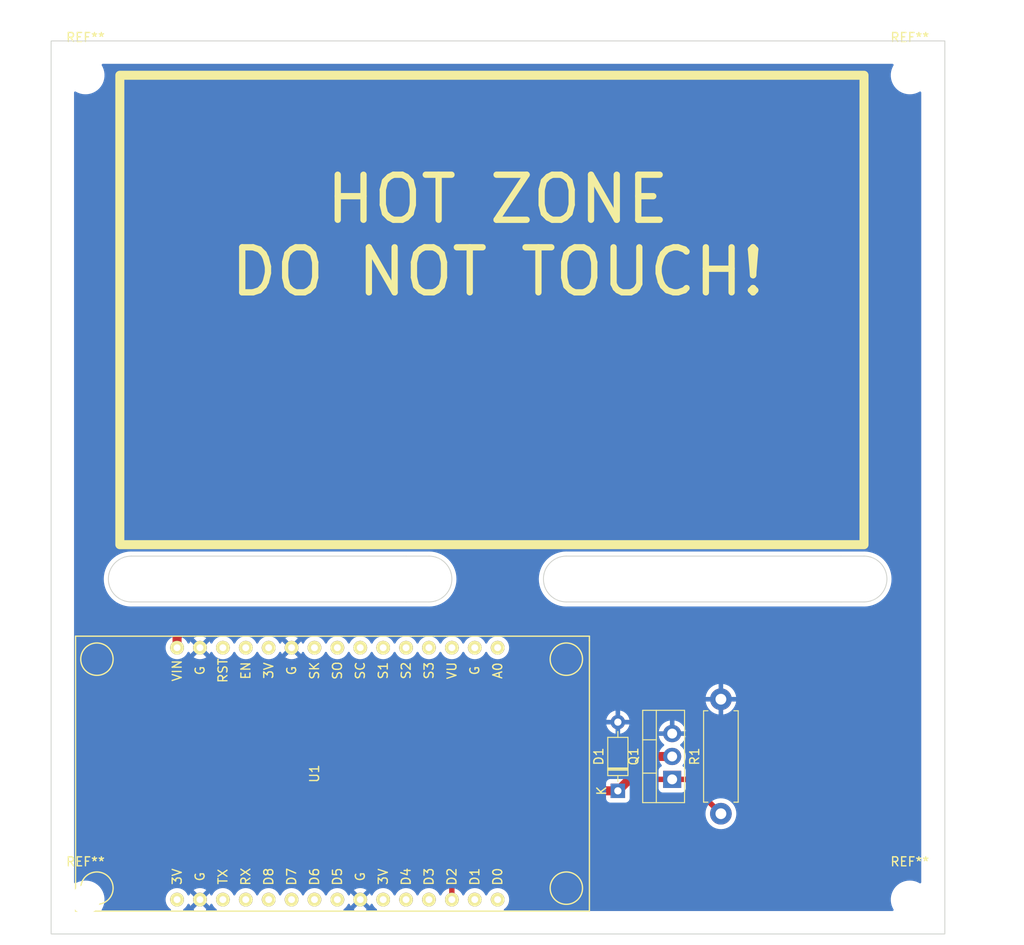
<source format=kicad_pcb>
(kicad_pcb (version 20211014) (generator pcbnew)
  (layers (0 "F.Cu" signal) (31 "B.Cu" signal) (34 "B.Paste" user) (35 "F.Paste" user) (36 "B.SilkS" user "B.Silkscreen") (37 "F.SilkS" user "F.Silkscreen") (38 "B.Mask" user) (39 "F.Mask" user) (44 "Edge.Cuts" user))
  (net 0 "")
  (net 25 "VCC")
  (net 26 "GND")
  (net 27 "Net-(U1-Pad28)")
  (footprint "Package_TO_SOT_THT:TO-220-3_Vertical" (layer "F.Cu") (at 183.19 103.505 90)
    (fp_text reference "Q1" (at 2.54 -4.27 90) (layer "F.SilkS"))
    (fp_text value "IRF540N")
    (fp_line (start -2.58 1.371) (end 7.66 1.371) (layer "F.SilkS") (width 0.12))
    (fp_line (start -2.58 -3.27) (end -2.58 1.371) (layer "F.SilkS") (width 0.12))
    (fp_line (start 7.66 -3.27) (end 7.66 1.371) (layer "F.SilkS") (width 0.12))
    (fp_line (start -2.58 -1.76) (end 7.66 -1.76) (layer "F.SilkS") (width 0.12))
    (fp_line (start 0.69 -3.27) (end 0.69 -1.76) (layer "F.SilkS") (width 0.12))
    (fp_line (start -2.58 -3.27) (end 7.66 -3.27) (layer "F.SilkS") (width 0.12))
    (fp_line (start 4.391 -3.27) (end 4.391 -1.76) (layer "F.SilkS") (width 0.12))
    (pad "1" thru_hole rect (at 0 0 90) (size 1.905 2) (drill 1.1) (layers *.Cu *.Mask) (net 27 "Net-(U1-Pad28)"))
    (pad "2" thru_hole oval (at 2.54 0 90) (size 1.905 2) (drill 1.1) (layers *.Cu *.Mask) (net 25 "VCC"))
    (pad "3" thru_hole oval (at 5.08 0 90) (size 1.905 2) (drill 1.1) (layers *.Cu *.Mask) (net 26 "GND"))
  )
  (footprint "ESP8266:NodeMCU-LoLinV3" (layer "F.Cu") (at 143.51 102.87 -90)
    (fp_text reference "U1" (at 0 0 90) (layer "F.SilkS"))
    (fp_text value "NodeMCU1.0(ESP-12E)")
    (fp_text user "D7" (at 11.43 2.54 90) (layer "F.SilkS"))
    (fp_text user "3V" (at -11.43 5.08 90) (layer "F.SilkS"))
    (fp_text user "SO" (at -11.43 -2.54 90) (layer "F.SilkS"))
    (fp_text user "3V" (at 11.43 15.24 90) (layer "F.SilkS"))
    (fp_text user "D0" (at 11.43 -20.32 90) (layer "F.SilkS"))
    (fp_text user "3V" (at 11.43 -7.62 90) (layer "F.SilkS"))
    (fp_text user "G" (at -11.43 2.54 90) (layer "F.SilkS"))
    (fp_text user "G" (at -11.43 -17.78 90) (layer "F.SilkS"))
    (fp_text user "D2" (at 11.43 -15.24 90) (layer "F.SilkS"))
    (fp_text user "D6" (at 11.43 0 90) (layer "F.SilkS"))
    (fp_text user "SC" (at -11.43 -5.08 90) (layer "F.SilkS"))
    (fp_text user "D4" (at 11.43 -10.16 90) (layer "F.SilkS"))
    (fp_text user "G" (at -11.43 12.7 90) (layer "F.SilkS"))
    (fp_text user "RX" (at 11.43 7.62 90) (layer "F.SilkS"))
    (fp_text user "A0" (at -11.43 -20.32 90) (layer "F.SilkS"))
    (fp_text user "EN" (at -11.43 7.62 90) (layer "F.SilkS"))
    (fp_text user "D3" (at 11.43 -12.7 90) (layer "F.SilkS"))
    (fp_text user "TX" (at 11.43 10.16 90) (layer "F.SilkS"))
    (fp_text user "G" (at 11.43 12.7 90) (layer "F.SilkS"))
    (fp_text user "D5" (at 11.43 -2.54 90) (layer "F.SilkS"))
    (fp_text user "G" (at 11.43 -5.08 90) (layer "F.SilkS"))
    (fp_text user "VIN" (at -11.43 15.24 90) (layer "F.SilkS"))
    (fp_text user "S1" (at -11.43 -7.62 90) (layer "F.SilkS"))
    (fp_text user "D8" (at 11.43 5.08 90) (layer "F.SilkS"))
    (fp_text user "D1" (at 11.43 -17.78 90) (layer "F.SilkS"))
    (fp_text user "S2" (at -11.43 -10.16 90) (layer "F.SilkS"))
    (fp_text user "SK" (at -11.43 0 90) (layer "F.SilkS"))
    (fp_text user "VU" (at -11.43 -15.24 90) (layer "F.SilkS"))
    (fp_text user "S3" (at -11.43 -12.7 90) (layer "F.SilkS"))
    (fp_text user "RST" (at -11.43 10.16 90) (layer "F.SilkS"))
    (fp_line (start 15.25 26.5) (end 15.25 -30.5) (layer "F.SilkS") (width 0.15))
    (fp_line (start -15.25 26.5) (end 15.25 26.5) (layer "F.SilkS") (width 0.15))
    (fp_line (start -14.75 -30.5) (end -15.25 -30.5) (layer "F.SilkS") (width 0.15))
    (fp_line (start 15.25 -30.5) (end -14.75 -30.5) (layer "F.SilkS") (width 0.15))
    (fp_line (start -15.25 -30.5) (end -15.25 26.5) (layer "F.SilkS") (width 0.15))
    (fp_circle (center -12.7 -27.94) (end -11.43 -29.21) (layer "F.SilkS") (width 0.15) (fill none))
    (fp_circle (center -12.7 24.13) (end -11.43 22.86) (layer "F.SilkS") (width 0.15) (fill none))
    (fp_circle (center 12.7 -27.94) (end 13.97 -29.21) (layer "F.SilkS") (width 0.15) (fill none))
    (fp_circle (center 12.7 24.13) (end 13.97 22.86) (layer "F.SilkS") (width 0.15) (fill none))
    (pad "1" thru_hole circle (at -13.97 -20.32 270) (size 1.524 1.524) (drill 0.762) (layers *.Cu *.Mask "F.SilkS"))
    (pad "2" thru_hole circle (at -13.97 -17.78 270) (size 1.524 1.524) (drill 0.762) (layers *.Cu *.Mask "F.SilkS"))
    (pad "3" thru_hole circle (at -13.97 -15.24 270) (size 1.524 1.524) (drill 0.762) (layers *.Cu *.Mask "F.SilkS"))
    (pad "4" thru_hole circle (at -13.97 -12.7 270) (size 1.524 1.524) (drill 0.762) (layers *.Cu *.Mask "F.SilkS"))
    (pad "5" thru_hole circle (at -13.97 -10.16 270) (size 1.524 1.524) (drill 0.762) (layers *.Cu *.Mask "F.SilkS"))
    (pad "6" thru_hole circle (at -13.97 -7.62 270) (size 1.524 1.524) (drill 0.762) (layers *.Cu *.Mask "F.SilkS"))
    (pad "7" thru_hole circle (at -13.97 -5.08 270) (size 1.524 1.524) (drill 0.762) (layers *.Cu *.Mask "F.SilkS"))
    (pad "8" thru_hole circle (at -13.97 -2.54 270) (size 1.524 1.524) (drill 0.762) (layers *.Cu *.Mask "F.SilkS"))
    (pad "9" thru_hole circle (at -13.97 0 270) (size 1.524 1.524) (drill 0.762) (layers *.Cu *.Mask "F.SilkS"))
    (pad "10" thru_hole circle (at -13.97 2.54 270) (size 1.524 1.524) (drill 0.762) (layers *.Cu *.Mask "F.SilkS") (net 26 "GND"))
    (pad "11" thru_hole circle (at -13.97 5.08 270) (size 1.524 1.524) (drill 0.762) (layers *.Cu *.Mask "F.SilkS"))
    (pad "12" thru_hole circle (at -13.97 7.62 270) (size 1.524 1.524) (drill 0.762) (layers *.Cu *.Mask "F.SilkS"))
    (pad "13" thru_hole circle (at -13.97 10.16 270) (size 1.524 1.524) (drill 0.762) (layers *.Cu *.Mask "F.SilkS"))
    (pad "14" thru_hole circle (at -13.97 12.7 270) (size 1.524 1.524) (drill 0.762) (layers *.Cu *.Mask "F.SilkS") (net 26 "GND"))
    (pad "15" thru_hole circle (at -13.97 15.24 270) (size 1.524 1.524) (drill 0.762) (layers *.Cu *.Mask "F.SilkS") (net 25 "VCC"))
    (pad "16" thru_hole circle (at 13.97 15.24 270) (size 1.524 1.524) (drill 0.762) (layers *.Cu *.Mask "F.SilkS"))
    (pad "17" thru_hole circle (at 13.97 12.7 270) (size 1.524 1.524) (drill 0.762) (layers *.Cu *.Mask "F.SilkS") (net 26 "GND"))
    (pad "18" thru_hole circle (at 13.97 10.16 270) (size 1.524 1.524) (drill 0.762) (layers *.Cu *.Mask "F.SilkS"))
    (pad "19" thru_hole circle (at 13.97 7.62 270) (size 1.524 1.524) (drill 0.762) (layers *.Cu *.Mask "F.SilkS"))
    (pad "20" thru_hole circle (at 13.97 5.08 270) (size 1.524 1.524) (drill 0.762) (layers *.Cu *.Mask "F.SilkS"))
    (pad "21" thru_hole circle (at 13.97 2.54 270) (size 1.524 1.524) (drill 0.762) (layers *.Cu *.Mask "F.SilkS"))
    (pad "22" thru_hole circle (at 13.97 0 270) (size 1.524 1.524) (drill 0.762) (layers *.Cu *.Mask "F.SilkS"))
    (pad "23" thru_hole circle (at 13.97 -2.54 270) (size 1.524 1.524) (drill 0.762) (layers *.Cu *.Mask "F.SilkS"))
    (pad "24" thru_hole circle (at 13.97 -5.08 270) (size 1.524 1.524) (drill 0.762) (layers *.Cu *.Mask "F.SilkS") (net 26 "GND"))
    (pad "25" thru_hole circle (at 13.97 -7.62 270) (size 1.524 1.524) (drill 0.762) (layers *.Cu *.Mask "F.SilkS"))
    (pad "26" thru_hole circle (at 13.97 -10.16 270) (size 1.524 1.524) (drill 0.762) (layers *.Cu *.Mask "F.SilkS"))
    (pad "27" thru_hole circle (at 13.97 -12.7 270) (size 1.524 1.524) (drill 0.762) (layers *.Cu *.Mask "F.SilkS"))
    (pad "28" thru_hole circle (at 13.97 -15.24 270) (size 1.524 1.524) (drill 0.762) (layers *.Cu *.Mask "F.SilkS") (net 27 "Net-(U1-Pad28)"))
    (pad "29" thru_hole circle (at 13.97 -17.78 270) (size 1.524 1.524) (drill 0.762) (layers *.Cu *.Mask "F.SilkS"))
    (pad "30" thru_hole circle (at 13.97 -20.32 270) (size 1.524 1.524) (drill 0.762) (layers *.Cu *.Mask "F.SilkS"))
  )
  (footprint "MountingHole:MountingHole_3.2mm_M3" (layer "F.Cu") (at 209.55 116.84)
    (fp_text reference "REF**" (at 0 -4.2) (layer "F.SilkS"))
    (fp_text value "MountingHole_3.2mm_M3")
    (pad "" np_thru_hole circle (at 0 0) (size 3.2 3.2) (drill 3.2) (layers *.Cu *.Mask))
  )
  (footprint "Resistor_THT:R_Axial_DIN0411_L9.9mm_D3.6mm_P12.70mm_Horizontal" (layer "F.Cu") (at 188.595 107.315 90)
    (fp_text reference "R1" (at 6.35 -2.92 90) (layer "F.SilkS"))
    (fp_text value "10K")
    (fp_line (start 1.28 -1.92) (end 11.42 -1.92) (layer "F.SilkS") (width 0.12))
    (fp_line (start 11.42 1.92) (end 11.42 1.44) (layer "F.SilkS") (width 0.12))
    (fp_line (start 11.42 -1.92) (end 11.42 -1.44) (layer "F.SilkS") (width 0.12))
    (fp_line (start 1.28 1.92) (end 11.42 1.92) (layer "F.SilkS") (width 0.12))
    (fp_line (start 1.28 -1.44) (end 1.28 -1.92) (layer "F.SilkS") (width 0.12))
    (fp_line (start 1.28 1.44) (end 1.28 1.92) (layer "F.SilkS") (width 0.12))
    (pad "1" thru_hole circle (at 0 0 90) (size 2.4 2.4) (drill 1.2) (layers *.Cu *.Mask) (net 27 "Net-(U1-Pad28)"))
    (pad "2" thru_hole oval (at 12.7 0 90) (size 2.4 2.4) (drill 1.2) (layers *.Cu *.Mask) (net 26 "GND"))
  )
  (footprint "MountingHole:MountingHole_3.2mm_M3" (layer "F.Cu") (at 118.11 116.84)
    (fp_text reference "REF**" (at 0 -4.2) (layer "F.SilkS"))
    (fp_text value "MountingHole_3.2mm_M3")
    (pad "" np_thru_hole circle (at 0 0) (size 3.2 3.2) (drill 3.2) (layers *.Cu *.Mask))
  )
  (footprint "MountingHole:MountingHole_3.2mm_M3" (layer "F.Cu") (at 118.11 25.4)
    (fp_text reference "REF**" (at 0 -4.2) (layer "F.SilkS"))
    (fp_text value "MountingHole_3.2mm_M3")
    (pad "" np_thru_hole circle (at 0 0) (size 3.2 3.2) (drill 3.2) (layers *.Cu *.Mask))
  )
  (footprint "MountingHole:MountingHole_3.2mm_M3" (layer "F.Cu") (at 209.55 25.4)
    (fp_text reference "REF**" (at 0 -4.2) (layer "F.SilkS"))
    (fp_text value "MountingHole_3.2mm_M3")
    (pad "" np_thru_hole circle (at 0 0) (size 3.2 3.2) (drill 3.2) (layers *.Cu *.Mask))
  )
  (footprint "Diode_THT:D_DO-35_SOD27_P7.62mm_Horizontal" (layer "F.Cu") (at 177.165 104.775 90)
    (fp_text reference "D1" (at 3.81 -2.12 90) (layer "F.SilkS"))
    (fp_text value "D")
    (fp_text user "K" (at 0 -1.8 90) (layer "F.SilkS"))
    (fp_line (start 5.93 -1.12) (end 1.69 -1.12) (layer "F.SilkS") (width 0.12))
    (fp_line (start 1.04 0) (end 1.69 0) (layer "F.SilkS") (width 0.12))
    (fp_line (start 2.41 -1.12) (end 2.41 1.12) (layer "F.SilkS") (width 0.12))
    (fp_line (start 5.93 1.12) (end 5.93 -1.12) (layer "F.SilkS") (width 0.12))
    (fp_line (start 6.58 0) (end 5.93 0) (layer "F.SilkS") (width 0.12))
    (fp_line (start 2.53 -1.12) (end 2.53 1.12) (layer "F.SilkS") (width 0.12))
    (fp_line (start 2.29 -1.12) (end 2.29 1.12) (layer "F.SilkS") (width 0.12))
    (fp_line (start 1.69 -1.12) (end 1.69 1.12) (layer "F.SilkS") (width 0.12))
    (fp_line (start 1.69 1.12) (end 5.93 1.12) (layer "F.SilkS") (width 0.12))
    (pad "1" thru_hole rect (at 0 0 90) (size 1.6 1.6) (drill 0.8) (layers *.Cu *.Mask) (net 25 "VCC"))
    (pad "2" thru_hole oval (at 7.62 0 90) (size 1.6 1.6) (drill 0.8) (layers *.Cu *.Mask) (net 26 "GND"))
  )
  (gr_rect (start 121.92 25.4) (end 204.47 77.47) (layer "F.SilkS") (width 1) (fill none))
  (gr_arc (start 123.19 83.82) (mid 120.65 81.28) (end 123.19 78.74) (layer "Edge.Cuts") (width 0.1))
  (gr_line (start 201.93 78.74) (end 204.47 78.74) (layer "Edge.Cuts") (width 0.1))
  (gr_arc (start 171.45 83.82) (mid 168.91 81.28) (end 171.45 78.74) (layer "Edge.Cuts") (width 0.1))
  (gr_line (start 201.93 83.82) (end 204.47 83.82) (layer "Edge.Cuts") (width 0.1))
  (gr_arc (start 204.47 78.74) (mid 207.01 81.28) (end 204.47 83.82) (layer "Edge.Cuts") (width 0.1))
  (gr_line (start 123.19 78.74) (end 153.67 78.74) (layer "Edge.Cuts") (width 0.1))
  (gr_line (start 171.45 83.82) (end 201.93 83.82) (layer "Edge.Cuts") (width 0.1))
  (gr_line (start 171.45 78.74) (end 201.93 78.74) (layer "Edge.Cuts") (width 0.1))
  (gr_line (start 153.67 83.82) (end 156.21 83.82) (layer "Edge.Cuts") (width 0.1))
  (gr_arc (start 156.21 78.74) (mid 158.75 81.28) (end 156.21 83.82) (layer "Edge.Cuts") (width 0.1))
  (gr_rect (start 114.3 21.59) (end 213.434615 120.65) (layer "Edge.Cuts") (width 0.1) (fill none))
  (gr_line (start 153.67 78.74) (end 156.21 78.74) (layer "Edge.Cuts") (width 0.1))
  (gr_line (start 123.19 83.82) (end 153.67 83.82) (layer "Edge.Cuts") (width 0.1))
  (gr_text "HOT ZONE\nDO NOT TOUCH!" (at 163.83 43.18) (layer "F.SilkS") (effects (font (size 5 5) (thickness 0.7))))
  (segment (start 202.16 71.8) (end 122.96 71.8) (width 0.6) (layer "F.Cu") (net 25))
  (segment (start 122.96 50.199979) (end 162.56 50.199978) (width 0.6) (layer "F.Cu") (net 25))
  (segment (start 122.96 26.199949) (end 162.56 26.199948) (width 0.6) (layer "F.Cu") (net 25))
  (segment (start 122.96 61.399993) (end 162.56 61.399992) (width 0.6) (layer "F.Cu") (net 25))
  (segment (start 122.96 62.999995) (end 162.56 62.999994) (width 0.6) (layer "F.Cu") (net 25))
  (segment (start 162.56 27.79995) (end 202.16 27.79995) (width 0.6) (layer "F.Cu") (net 25))
  (segment (start 202.16 67) (end 162.56 66.999999) (width 0.6) (layer "F.Cu") (net 25))
  (segment (start 128.27 87.63) (end 129.54 86.36) (width 1) (layer "F.Cu") (net 25))
  (segment (start 162.56 26.199948) (end 203.364948 26.199948) (width 0.6) (layer "F.Cu") (net 25))
  (segment (start 162.56 45.399972) (end 202.16 45.399972) (width 0.6) (layer "F.Cu") (net 25))
  (segment (start 162.56 40.599966) (end 202.16 40.599966) (width 0.6) (layer "F.Cu") (net 25))
  (segment (start 122.96 66.199999) (end 162.56 66.199998) (width 0.6) (layer "F.Cu") (net 25))
  (segment (start 162.56 38.999964) (end 202.16 38.999964) (width 0.6) (layer "F.Cu") (net 25))
  (segment (start 122.96 45.399973) (end 162.56 45.399972) (width 0.6) (layer "F.Cu") (net 25))
  (segment (start 162.56 53.399982) (end 202.16 53.399982) (width 0.6) (layer "F.Cu") (net 25))
  (segment (start 177.165 104.775) (end 180.975 100.965) (width 1) (layer "F.Cu") (net 25))
  (segment (start 162.56 58.999989) (end 122.96 58.999989) (width 0.6) (layer "F.Cu") (net 25))
  (segment (start 122.96 56.599987) (end 162.56 56.599986) (width 0.6) (layer "F.Cu") (net 25))
  (segment (start 162.56 36.599961) (end 122.96 36.599961) (width 0.6) (layer "F.Cu") (net 25))
  (segment (start 162.56 31.799955) (end 122.96 31.799955) (width 0.6) (layer "F.Cu") (net 25))
  (segment (start 202.16 36.599962) (end 162.56 36.599961) (width 0.6) (layer "F.Cu") (net 25))
  (segment (start 165.1 78.105) (end 165.1 85.09) (width 1) (layer "F.Cu") (net 25))
  (segment (start 202.16 54.199984) (end 162.56 54.199983) (width 0.6) (layer "F.Cu") (net 25))
  (segment (start 202.16 47.799976) (end 162.56 47.799975) (width 0.6) (layer "F.Cu") (net 25))
  (segment (start 202.16 55.799986) (end 162.56 55.799985) (width 0.6) (layer "F.Cu") (net 25))
  (segment (start 202.16 62.199994) (end 162.56 62.199993) (width 0.6) (layer "F.Cu") (net 25))
  (segment (start 202.16 39.799966) (end 162.56 39.799965) (width 0.6) (layer "F.Cu") (net 25))
  (segment (start 162.56 63.799995) (end 122.96 63.799995) (width 0.6) (layer "F.Cu") (net 25))
  (segment (start 162.56 66.999999) (end 122.96 66.999999) (width 0.6) (layer "F.Cu") (net 25))
  (segment (start 122.96 42.199969) (end 162.56 42.199968) (width 0.6) (layer "F.Cu") (net 25))
  (segment (start 162.56 57.399987) (end 122.96 57.399987) (width 0.6) (layer "F.Cu") (net 25))
  (segment (start 162.56 52.599981) (end 122.96 52.599981) (width 0.6) (layer "F.Cu") (net 25))
  (segment (start 122.96 54.999985) (end 162.56 54.999984) (width 0.6) (layer "F.Cu") (net 25))
  (segment (start 162.56 64.599996) (end 202.16 64.599996) (width 0.6) (layer "F.Cu") (net 25))
  (segment (start 166.37 76.835) (end 165.1 78.105) (width 0.6) (layer "F.Cu") (net 25))
  (segment (start 162.56 59.79999) (end 202.16 59.79999) (width 0.6) (layer "F.Cu") (net 25))
  (segment (start 202.16 31.799956) (end 162.56 31.799955) (width 0.6) (layer "F.Cu") (net 25))
  (segment (start 162.56 46.999974) (end 202.16 46.999974) (width 0.6) (layer "F.Cu") (net 25))
  (segment (start 202.16 49.399978) (end 162.56 49.399977) (width 0.6) (layer "F.Cu") (net 25))
  (segment (start 122.96 46.999975) (end 162.56 46.999974) (width 0.6) (layer "F.Cu") (net 25))
  (segment (start 122.96 74.2) (end 202.16 74.2) (width 0.6) (layer "F.Cu") (net 25))
  (segment (start 168.91 88.9) (end 168.91 99.06) (width 1) (layer "F.Cu") (net 25))
  (segment (start 202.16 30.199954) (end 162.56 30.199953) (width 0.6) (layer "F.Cu") (net 25))
  (segment (start 122.96 53.399983) (end 162.56 53.399982) (width 0.6) (layer "F.Cu") (net 25))
  (segment (start 202.16 75) (end 122.96 75) (width 0.6) (layer "F.Cu") (net 25))
  (segment (start 161.29 86.36) (end 162.56 85.09) (width 1) (layer "F.Cu") (net 25))
  (segment (start 162.56 33.399957) (end 122.96 33.399957) (width 0.6) (layer "F.Cu") (net 25))
  (segment (start 162.56 47.799975) (end 122.96 47.799975) (width 0.6) (layer "F.Cu") (net 25))
  (segment (start 162.56 60.599991) (end 122.96 60.599991) (width 0.6) (layer "F.Cu") (net 25))
  (segment (start 122.96 67.8) (end 202.16 67.8) (width 0.6) (layer "F.Cu") (net 25))
  (segment (start 203.2 76.835) (end 166.37 76.835) (width 0.6) (layer "F.Cu") (net 25))
  (segment (start 122.96 59.799991) (end 162.56 59.79999) (width 0.6) (layer "F.Cu") (net 25))
  (segment (start 202.16 34.99996) (end 162.56 34.999959) (width 0.6) (layer "F.Cu") (net 25))
  (segment (start 162.56 42.999969) (end 122.96 42.999969) (width 0.6) (layer "F.Cu") (net 25))
  (segment (start 202.16 46.199974) (end 162.56 46.199973) (width 0.6) (layer "F.Cu") (net 25))
  (segment (start 162.56 42.199968) (end 202.16 42.199968) (width 0.6) (layer "F.Cu") (net 25))
  (segment (start 162.56 41.399967) (end 122.96 41.399967) (width 0.6) (layer "F.Cu") (net 25))
  (segment (start 162.56 43.79997) (end 202.16 43.79997) (width 0.6) (layer "F.Cu") (net 25))
  (segment (start 202.16 33.399958) (end 162.56 33.399957) (width 0.6) (layer "F.Cu") (net 25))
  (segment (start 162.56 30.199953) (end 122.96 30.199953) (width 0.6) (layer "F.Cu") (net 25))
  (segment (start 202.16 63.799996) (end 162.56 63.799995) (width 0.6) (layer "F.Cu") (net 25))
  (segment (start 122.96 27.799951) (end 162.56 27.79995) (width 0.6) (layer "F.Cu") (net 25))
  (segment (start 162.56 54.999984) (end 202.16 54.999984) (width 0.6) (layer "F.Cu") (net 25))
  (segment (start 202.16 41.399968) (end 162.56 41.399967) (width 0.6) (layer "F.Cu") (net 25))
  (segment (start 162.56 38.199963) (end 122.96 38.199963) (width 0.6) (layer "F.Cu") (net 25))
  (segment (start 202.16 60.599992) (end 162.56 60.599991) (width 0.6) (layer "F.Cu") (net 25))
  (segment (start 162.56 34.199958) (end 202.16 34.199958) (width 0.6) (layer "F.Cu") (net 25))
  (segment (start 162.56 85.09) (end 162.56 78.74) (width 1) (layer "F.Cu") (net 25))
  (segment (start 122.96 43.799971) (end 162.56 43.79997) (width 0.6) (layer "F.Cu") (net 25))
  (segment (start 122.96 35.799961) (end 162.56 35.79996) (width 0.6) (layer "F.Cu") (net 25))
  (segment (start 202.16 52.599982) (end 162.56 52.599981) (width 0.6) (layer "F.Cu") (net 25))
  (segment (start 122.96 30.999955) (end 162.56 30.999954) (width 0.6) (layer "F.Cu") (net 25))
  (segment (start 122.96 40.599967) (end 162.56 40.599966) (width 0.6) (layer "F.Cu") (net 25))
  (segment (start 202.16 38.199964) (end 162.56 38.199963) (width 0.6) (layer "F.Cu") (net 25))
  (segment (start 162.56 78.74) (end 162.56 76.2) (width 0.6) (layer "F.Cu") (net 25))
  (segment (start 162.56 46.199973) (end 122.96 46.199973) (width 0.6) (layer "F.Cu") (net 25))
  (segment (start 165.1 85.09) (end 168.91 88.9) (width 1) (layer "F.Cu") (net 25))
  (segment (start 162.96 75.8) (end 202.16 75.8) (width 0.6) (layer "F.Cu") (net 25))
  (segment (start 202.16 28.599952) (end 162.56 28.599951) (width 0.6) (layer "F.Cu") (net 25))
  (segment (start 202.16 68.6) (end 122.96 68.6) (width 0.6) (layer "F.Cu") (net 25))
  (segment (start 180.975 100.965) (end 183.19 100.965) (width 1) (layer "F.Cu") (net 25))
  (segment (start 129.54 86.36) (end 161.29 86.36) (width 1) (layer "F.Cu") (net 25))
  (segment (start 202.16 70.2) (end 122.96 70.2) (width 0.6) (layer "F.Cu") (net 25))
  (segment (start 162.56 32.599956) (end 202.16 32.599956) (width 0.6) (layer "F.Cu") (net 25))
  (segment (start 162.56 34.999959) (end 122.96 34.999959) (width 0.6) (layer "F.Cu") (net 25))
  (segment (start 162.56 55.799985) (end 122.96 55.799985) (width 0.6) (layer "F.Cu") (net 25))
  (segment (start 122.96 37.399963) (end 162.56 37.399962) (width 0.6) (layer "F.Cu") (net 25))
  (segment (start 122.96 51.799981) (end 162.56 51.79998) (width 0.6) (layer "F.Cu") (net 25))
  (segment (start 122.96 34.199959) (end 162.56 34.199958) (width 0.6) (layer "F.Cu") (net 25))
  (segment (start 174.625 104.775) (end 177.165 104.775) (width 1) (layer "F.Cu") (net 25))
  (segment (start 122.96 32.599957) (end 162.56 32.599956) (width 0.6) (layer "F.Cu") (net 25))
  (segment (start 162.56 35.79996) (end 202.16 35.79996) (width 0.6) (layer "F.Cu") (net 25))
  (segment (start 162.56 30.999954) (end 202.16 30.999954) (width 0.6) (layer "F.Cu") (net 25))
  (segment (start 162.56 61.399992) (end 202.16 61.399992) (width 0.6) (layer "F.Cu") (net 25))
  (segment (start 162.56 62.999994) (end 202.16 62.999994) (width 0.6) (layer "F.Cu") (net 25))
  (segment (start 122.96 72.6) (end 202.16 72.6) (width 0.6) (layer "F.Cu") (net 25))
  (segment (start 202.16 57.399988) (end 162.56 57.399987) (width 0.6) (layer "F.Cu") (net 25))
  (segment (start 202.16 44.599972) (end 162.56 44.599971) (width 0.6) (layer "F.Cu") (net 25))
  (segment (start 202.16 73.4) (end 122.96 73.4) (width 0.6) (layer "F.Cu") (net 25))
  (segment (start 162.56 39.799965) (end 122.96 39.799965) (width 0.6) (layer "F.Cu") (net 25))
  (segment (start 162.56 28.599951) (end 122.96 28.599951) (width 0.6) (layer "F.Cu") (net 25))
  (segment (start 168.91 99.06) (end 174.625 104.775) (width 1) (layer "F.Cu") (net 25))
  (segment (start 122.96 38.999965) (end 162.56 38.999964) (width 0.6) (layer "F.Cu") (net 25))
  (segment (start 162.56 50.999979) (end 122.96 50.999979) (width 0.6) (layer "F.Cu") (net 25))
  (segment (start 202.16 26.99995) (end 162.56 26.999949) (width 0.6) (layer "F.Cu") (net 25))
  (segment (start 202.16 42.99997) (end 162.56 42.999969) (width 0.6) (layer "F.Cu") (net 25))
  (segment (start 128.27 88.9) (end 128.27 87.63) (width 1) (layer "F.Cu") (net 25))
  (segment (start 162.56 29.399952) (end 202.16 29.399952) (width 0.6) (layer "F.Cu") (net 25))
  (segment (start 203.364948 26.199948) (end 203.835 26.67) (width 0.6) (layer "F.Cu") (net 25))
  (segment (start 162.56 66.199998) (end 202.16 66.199998) (width 0.6) (layer "F.Cu") (net 25))
  (segment (start 162.56 54.199983) (end 122.96 54.199983) (width 0.6) (layer "F.Cu") (net 25))
  (segment (start 162.56 58.199988) (end 202.16 58.199988) (width 0.6) (layer "F.Cu") (net 25))
  (segment (start 162.56 56.599986) (end 202.16 56.599986) (width 0.6) (layer "F.Cu") (net 25))
  (segment (start 162.56 37.399962) (end 202.16 37.399962) (width 0.6) (layer "F.Cu") (net 25))
  (segment (start 122.96 58.199989) (end 162.56 58.199988) (width 0.6) (layer "F.Cu") (net 25))
  (segment (start 202.16 65.399998) (end 162.56 65.399997) (width 0.6) (layer "F.Cu") (net 25))
  (segment (start 202.16 58.99999) (end 162.56 58.999989) (width 0.6) (layer "F.Cu") (net 25))
  (segment (start 162.56 48.599976) (end 202.16 48.599976) (width 0.6) (layer "F.Cu") (net 25))
  (segment (start 202.16 50.99998) (end 162.56 50.999979) (width 0.6) (layer "F.Cu") (net 25))
  (segment (start 122.96 69.4) (end 202.16 69.4) (width 0.6) (layer "F.Cu") (net 25))
  (segment (start 162.56 49.399977) (end 122.96 49.399977) (width 0.6) (layer "F.Cu") (net 25))
  (segment (start 122.96 71) (end 202.16 71) (width 0.6) (layer "F.Cu") (net 25))
  (segment (start 162.56 26.999949) (end 122.96 26.999949) (width 0.6) (layer "F.Cu") (net 25))
  (segment (start 122.96 29.399953) (end 162.56 29.399952) (width 0.6) (layer "F.Cu") (net 25))
  (segment (start 203.835 26.67) (end 203.835 76.2) (width 0.6) (layer "F.Cu") (net 25))
  (segment (start 162.56 65.399997) (end 122.96 65.399997) (width 0.6) (layer "F.Cu") (net 25))
  (segment (start 162.56 50.199978) (end 202.16 50.199978) (width 0.6) (layer "F.Cu") (net 25))
  (segment (start 162.56 51.79998) (end 202.16 51.79998) (width 0.6) (layer "F.Cu") (net 25))
  (segment (start 162.56 62.199993) (end 122.96 62.199993) (width 0.6) (layer "F.Cu") (net 25))
  (segment (start 203.835 76.2) (end 203.2 76.835) (width 0.6) (layer "F.Cu") (net 25))
  (segment (start 122.96 64.599997) (end 162.56 64.599996) (width 0.6) (layer "F.Cu") (net 25))
  (segment (start 122.96 48.599977) (end 162.56 48.599976) (width 0.6) (layer "F.Cu") (net 25))
  (segment (start 162.56 44.599971) (end 122.96 44.599971) (width 0.6) (layer "F.Cu") (net 25))
  (arc (start 122.96 49.399977) (mid 122.677157 49.28282) (end 122.56 48.999977) (width 0.6) (layer "F.Cu") (net 25))
  (arc (start 122.96 63.799995) (mid 122.677157 63.682838) (end 122.56 63.399995) (width 0.6) (layer "F.Cu") (net 25))
  (arc (start 202.56 62.599994) (mid 202.442843 62.317151) (end 202.16 62.199994) (width 0.6) (layer "F.Cu") (net 25))
  (arc (start 202.56 40.199966) (mid 202.442843 39.917123) (end 202.16 39.799966) (width 0.6) (layer "F.Cu") (net 25))
  (arc (start 202.16 37.399962) (mid 202.442843 37.282805) (end 202.56 36.999962) (width 0.6) (layer "F.Cu") (net 25))
  (arc (start 122.96 52.599981) (mid 122.677157 52.482824) (end 122.56 52.199981) (width 0.6) (layer "F.Cu") (net 25))
  (arc (start 122.56 40.999967) (mid 122.677157 40.717124) (end 122.96 40.599967) (width 0.6) (layer "F.Cu") (net 25))
  (arc (start 122.56 45.799973) (mid 122.677157 45.51713) (end 122.96 45.399973) (width 0.6) (layer "F.Cu") (net 25))
  (arc (start 122.96 41.399967) (mid 122.677157 41.28281) (end 122.56 40.999967) (width 0.6) (layer "F.Cu") (net 25))
  (arc (start 122.56 74.6) (mid 122.677157 74.317157) (end 122.96 74.2) (width 0.6) (layer "F.Cu") (net 25))
  (arc (start 122.96 71.8) (mid 122.677157 71.682843) (end 122.56 71.4) (width 0.6) (layer "F.Cu") (net 25))
  (arc (start 122.56 58.599989) (mid 122.677157 58.317146) (end 122.96 58.199989) (width 0.6) (layer "F.Cu") (net 25))
  (arc (start 122.56 32.999957) (mid 122.677157 32.717114) (end 122.96 32.599957) (width 0.6) (layer "F.Cu") (net 25))
  (arc (start 122.56 44.199971) (mid 122.677157 43.917128) (end 122.96 43.799971) (width 0.6) (layer "F.Cu") (net 25))
  (arc (start 122.96 70.2) (mid 122.677157 70.082843) (end 122.56 69.8) (width 0.6) (layer "F.Cu") (net 25))
  (arc (start 202.56 72.2) (mid 202.442843 71.917157) (end 202.16 71.8) (width 0.6) (layer "F.Cu") (net 25))
  (arc (start 122.96 39.799965) (mid 122.677157 39.682808) (end 122.56 39.399965) (width 0.6) (layer "F.Cu") (net 25))
  (arc (start 202.16 34.199958) (mid 202.442843 34.082801) (end 202.56 33.799958) (width 0.6) (layer "F.Cu") (net 25))
  (arc (start 122.56 55.399985) (mid 122.677157 55.117142) (end 122.96 54.999985) (width 0.6) (layer "F.Cu") (net 25))
  (arc (start 122.96 34.999959) (mid 122.677157 34.882802) (end 122.56 34.599959) (width 0.6) (layer "F.Cu") (net 25))
  (arc (start 202.16 59.79999) (mid 202.442843 59.682833) (end 202.56 59.39999) (width 0.6) (layer "F.Cu") (net 25))
  (arc (start 122.96 57.399987) (mid 122.677157 57.28283) (end 122.56 56.999987) (width 0.6) (layer "F.Cu") (net 25))
  (arc (start 122.96 47.799975) (mid 122.677157 47.682818) (end 122.56 47.399975) (width 0.6) (layer "F.Cu") (net 25))
  (arc (start 202.16 56.599986) (mid 202.442843 56.482829) (end 202.56 56.199986) (width 0.6) (layer "F.Cu") (net 25))
  (arc (start 202.16 58.199988) (mid 202.442843 58.082831) (end 202.56 57.799988) (width 0.6) (layer "F.Cu") (net 25))
  (arc (start 202.56 54.599984) (mid 202.442843 54.317141) (end 202.16 54.199984) (width 0.6) (layer "F.Cu") (net 25))
  (arc (start 122.56 61.799993) (mid 122.677157 61.51715) (end 122.96 61.399993) (width 0.6) (layer "F.Cu") (net 25))
  (arc (start 202.16 54.999984) (mid 202.442843 54.882827) (end 202.56 54.599984) (width 0.6) (layer "F.Cu") (net 25))
  (arc (start 202.56 51.39998) (mid 202.442843 51.117137) (end 202.16 50.99998) (width 0.6) (layer "F.Cu") (net 25))
  (arc (start 202.16 66.199998) (mid 202.442843 66.082841) (end 202.56 65.799998) (width 0.6) (layer "F.Cu") (net 25))
  (arc (start 122.96 62.199993) (mid 122.677157 62.082836) (end 122.56 61.799993) (width 0.6) (layer "F.Cu") (net 25))
  (arc (start 122.96 31.799955) (mid 122.677157 31.682798) (end 122.56 31.399955) (width 0.6) (layer "F.Cu") (net 25))
  (arc (start 122.96 46.199973) (mid 122.677157 46.082816) (end 122.56 45.799973) (width 0.6) (layer "F.Cu") (net 25))
  (arc (start 202.16 50.199978) (mid 202.442843 50.082821) (end 202.56 49.799978) (width 0.6) (layer "F.Cu") (net 25))
  (arc (start 122.96 28.599951) (mid 122.677157 28.482794) (end 122.56 28.199951) (width 0.6) (layer "F.Cu") (net 25))
  (arc (start 202.16 61.399992) (mid 202.442843 61.282835) (end 202.56 60.999992) (width 0.6) (layer "F.Cu") (net 25))
  (arc (start 122.56 69.8) (mid 122.677157 69.517157) (end 122.96 69.4) (width 0.6) (layer "F.Cu") (net 25))
  (arc (start 122.56 28.199951) (mid 122.677157 27.917108) (end 122.96 27.799951) (width 0.6) (layer "F.Cu") (net 25))
  (arc (start 202.16 32.599956) (mid 202.442843 32.482799) (end 202.56 32.199956) (width 0.6) (layer "F.Cu") (net 25))
  (arc (start 202.56 33.799958) (mid 202.442843 33.517115) (end 202.16 33.399958) (width 0.6) (layer "F.Cu") (net 25))
  (arc (start 122.56 34.599959) (mid 122.677157 34.317116) (end 122.96 34.199959) (width 0.6) (layer "F.Cu") (net 25))
  (arc (start 202.16 67.8) (mid 202.442843 67.682843) (end 202.56 67.4) (width 0.6) (layer "F.Cu") (net 25))
  (arc (start 122.56 42.599969) (mid 122.677157 42.317126) (end 122.96 42.199969) (width 0.6) (layer "F.Cu") (net 25))
  (arc (start 202.16 69.4) (mid 202.442843 69.282843) (end 202.56 69) (width 0.6) (layer "F.Cu") (net 25))
  (arc (start 202.16 45.399972) (mid 202.442843 45.282815) (end 202.56 44.999972) (width 0.6) (layer "F.Cu") (net 25))
  (arc (start 202.16 43.79997) (mid 202.442843 43.682813) (end 202.56 43.39997) (width 0.6) (layer "F.Cu") (net 25))
  (arc (start 122.56 71.4) (mid 122.677157 71.117157) (end 122.96 71) (width 0.6) (layer "F.Cu") (net 25))
  (arc (start 122.56 66.599999) (mid 122.677157 66.317156) (end 122.96 66.199999) (width 0.6) (layer "F.Cu") (net 25))
  (arc (start 122.96 54.199983) (mid 122.677157 54.082826) (end 122.56 53.799983) (width 0.6) (layer "F.Cu") (net 25))
  (arc (start 122.56 39.399965) (mid 122.677157 39.117122) (end 122.96 38.999965) (width 0.6) (layer "F.Cu") (net 25))
  (arc (start 202.16 75.8) (mid 202.442843 75.682843) (end 202.56 75.4) (width 0.6) (layer "F.Cu") (net 25))
  (arc (start 202.56 41.799968) (mid 202.442843 41.517125) (end 202.16 41.399968) (width 0.6) (layer "F.Cu") (net 25))
  (arc (start 202.16 40.599966) (mid 202.442843 40.482809) (end 202.56 40.199966) (width 0.6) (layer "F.Cu") (net 25))
  (arc (start 202.16 35.79996) (mid 202.442843 35.682803) (end 202.56 35.39996) (width 0.6) (layer "F.Cu") (net 25))
  (arc (start 202.16 30.999954) (mid 202.442843 30.882797) (end 202.56 30.599954) (width 0.6) (layer "F.Cu") (net 25))
  (arc (start 122.96 36.599961) (mid 122.677157 36.482804) (end 122.56 36.199961) (width 0.6) (layer "F.Cu") (net 25))
  (arc (start 122.96 75) (mid 122.677157 74.882843) (end 122.56 74.6) (width 0.6) (layer "F.Cu") (net 25))
  (arc (start 122.56 64.999997) (mid 122.677157 64.717154) (end 122.96 64.599997) (width 0.6) (layer "F.Cu") (net 25))
  (arc (start 122.56 48.999977) (mid 122.677157 48.717134) (end 122.96 48.599977) (width 0.6) (layer "F.Cu") (net 25))
  (arc (start 122.56 60.199991) (mid 122.677157 59.917148) (end 122.96 59.799991) (width 0.6) (layer "F.Cu") (net 25))
  (arc (start 122.56 52.199981) (mid 122.677157 51.917138) (end 122.96 51.799981) (width 0.6) (layer "F.Cu") (net 25))
  (arc (start 202.56 27.39995) (mid 202.442843 27.117107) (end 202.16 26.99995) (width 0.6) (layer "F.Cu") (net 25))
  (arc (start 122.56 50.599979) (mid 122.677157 50.317136) (end 122.96 50.199979) (width 0.6) (layer "F.Cu") (net 25))
  (arc (start 202.16 42.199968) (mid 202.442843 42.082811) (end 202.56 41.799968) (width 0.6) (layer "F.Cu") (net 25))
  (arc (start 122.96 73.4) (mid 122.677157 73.282843) (end 122.56 73) (width 0.6) (layer "F.Cu") (net 25))
  (arc (start 202.56 59.39999) (mid 202.442843 59.117147) (end 202.16 58.99999) (width 0.6) (layer "F.Cu") (net 25))
  (arc (start 122.96 58.999989) (mid 122.677157 58.882832) (end 122.56 58.599989) (width 0.6) (layer "F.Cu") (net 25))
  (arc (start 122.96 60.599991) (mid 122.677157 60.482834) (end 122.56 60.199991) (width 0.6) (layer "F.Cu") (net 25))
  (arc (start 202.56 28.999952) (mid 202.442843 28.717109) (end 202.16 28.599952) (width 0.6) (layer "F.Cu") (net 25))
  (arc (start 202.56 44.999972) (mid 202.442843 44.717129) (end 202.16 44.599972) (width 0.6) (layer "F.Cu") (net 25))
  (arc (start 122.56 63.399995) (mid 122.677157 63.117152) (end 122.96 62.999995) (width 0.6) (layer "F.Cu") (net 25))
  (arc (start 202.56 38.599964) (mid 202.442843 38.317121) (end 202.16 38.199964) (width 0.6) (layer "F.Cu") (net 25))
  (arc (start 122.96 68.6) (mid 122.677157 68.482843) (end 122.56 68.2) (width 0.6) (layer "F.Cu") (net 25))
  (arc (start 202.16 53.399982) (mid 202.442843 53.282825) (end 202.56 52.999982) (width 0.6) (layer "F.Cu") (net 25))
  (arc (start 202.56 75.4) (mid 202.442843 75.117157) (end 202.16 75) (width 0.6) (layer "F.Cu") (net 25))
  (arc (start 162.56 76.2) (mid 162.677157 75.917157) (end 162.96 75.8) (width 0.6) (layer "F.Cu") (net 25))
  (arc (start 122.96 38.199963) (mid 122.677157 38.082806) (end 122.56 37.799963) (width 0.6) (layer "F.Cu") (net 25))
  (arc (start 122.56 47.399975) (mid 122.677157 47.117132) (end 122.96 46.999975) (width 0.6) (layer "F.Cu") (net 25))
  (arc (start 202.16 27.79995) (mid 202.442843 27.682793) (end 202.56 27.39995) (width 0.6) (layer "F.Cu") (net 25))
  (arc (start 202.16 62.999994) (mid 202.442843 62.882837) (end 202.56 62.599994) (width 0.6) (layer "F.Cu") (net 25))
  (arc (start 202.56 64.199996) (mid 202.442843 63.917153) (end 202.16 63.799996) (width 0.6) (layer "F.Cu") (net 25))
  (arc (start 122.96 66.999999) (mid 122.677157 66.882842) (end 122.56 66.599999) (width 0.6) (layer "F.Cu") (net 25))
  (arc (start 122.56 53.799983) (mid 122.677157 53.51714) (end 122.96 53.399983) (width 0.6) (layer "F.Cu") (net 25))
  (arc (start 202.56 46.599974) (mid 202.442843 46.317131) (end 202.16 46.199974) (width 0.6) (layer "F.Cu") (net 25))
  (arc (start 122.96 30.199953) (mid 122.677157 30.082796) (end 122.56 29.799953) (width 0.6) (layer "F.Cu") (net 25))
  (arc (start 202.16 71) (mid 202.442843 70.882843) (end 202.56 70.6) (width 0.6) (layer "F.Cu") (net 25))
  (arc (start 202.56 57.799988) (mid 202.442843 57.517145) (end 202.16 57.399988) (width 0.6) (layer "F.Cu") (net 25))
  (arc (start 202.56 56.199986) (mid 202.442843 55.917143) (end 202.16 55.799986) (width 0.6) (layer "F.Cu") (net 25))
  (arc (start 202.56 43.39997) (mid 202.442843 43.117127) (end 202.16 42.99997) (width 0.6) (layer "F.Cu") (net 25))
  (arc (start 202.56 60.999992) (mid 202.442843 60.717149) (end 202.16 60.599992) (width 0.6) (layer "F.Cu") (net 25))
  (arc (start 122.56 26.599949) (mid 122.677157 26.317106) (end 122.96 26.199949) (width 0.6) (layer "F.Cu") (net 25))
  (arc (start 202.16 48.599976) (mid 202.442843 48.482819) (end 202.56 48.199976) (width 0.6) (layer "F.Cu") (net 25))
  (arc (start 202.16 51.79998) (mid 202.442843 51.682823) (end 202.56 51.39998) (width 0.6) (layer "F.Cu") (net 25))
  (arc (start 202.56 70.6) (mid 202.442843 70.317157) (end 202.16 70.2) (width 0.6) (layer "F.Cu") (net 25))
  (arc (start 202.56 65.799998) (mid 202.442843 65.517155) (end 202.16 65.399998) (width 0.6) (layer "F.Cu") (net 25))
  (arc (start 122.96 42.999969) (mid 122.677157 42.882812) (end 122.56 42.599969) (width 0.6) (layer "F.Cu") (net 25))
  (arc (start 202.56 32.199956) (mid 202.442843 31.917113) (end 202.16 31.799956) (width 0.6) (layer "F.Cu") (net 25))
  (arc (start 202.56 30.599954) (mid 202.442843 30.317111) (end 202.16 30.199954) (width 0.6) (layer "F.Cu") (net 25))
  (arc (start 202.56 48.199976) (mid 202.442843 47.917133) (end 202.16 47.799976) (width 0.6) (layer "F.Cu") (net 25))
  (arc (start 122.96 65.399997) (mid 122.677157 65.28284) (end 122.56 64.999997) (width 0.6) (layer "F.Cu") (net 25))
  (arc (start 202.56 67.4) (mid 202.442843 67.117157) (end 202.16 67) (width 0.6) (layer "F.Cu") (net 25))
  (arc (start 202.56 49.799978) (mid 202.442843 49.517135) (end 202.16 49.399978) (width 0.6) (layer "F.Cu") (net 25))
  (arc (start 122.96 50.999979) (mid 122.677157 50.882822) (end 122.56 50.599979) (width 0.6) (layer "F.Cu") (net 25))
  (arc (start 202.56 73.8) (mid 202.442843 73.517157) (end 202.16 73.4) (width 0.6) (layer "F.Cu") (net 25))
  (arc (start 122.56 31.399955) (mid 122.677157 31.117112) (end 122.96 30.999955) (width 0.6) (layer "F.Cu") (net 25))
  (arc (start 122.56 68.2) (mid 122.677157 67.917157) (end 122.96 67.8) (width 0.6) (layer "F.Cu") (net 25))
  (arc (start 202.56 69) (mid 202.442843 68.717157) (end 202.16 68.6) (width 0.6) (layer "F.Cu") (net 25))
  (arc (start 202.56 35.39996) (mid 202.442843 35.117117) (end 202.16 34.99996) (width 0.6) (layer "F.Cu") (net 25))
  (arc (start 122.96 44.599971) (mid 122.677157 44.482814) (end 122.56 44.199971) (width 0.6) (layer "F.Cu") (net 25))
  (arc (start 202.56 36.999962) (mid 202.442843 36.717119) (end 202.16 36.599962) (width 0.6) (layer "F.Cu") (net 25))
  (arc (start 122.56 37.799963) (mid 122.677157 37.51712) (end 122.96 37.399963) (width 0.6) (layer "F.Cu") (net 25))
  (arc (start 202.16 64.599996) (mid 202.442843 64.482839) (end 202.56 64.199996) (width 0.6) (layer "F.Cu") (net 25))
  (arc (start 202.16 74.2) (mid 202.442843 74.082843) (end 202.56 73.8) (width 0.6) (layer "F.Cu") (net 25))
  (arc (start 122.96 33.399957) (mid 122.677157 33.2828) (end 122.56 32.999957) (width 0.6) (layer "F.Cu") (net 25))
  (arc (start 122.96 55.799985) (mid 122.677157 55.682828) (end 122.56 55.399985) (width 0.6) (layer "F.Cu") (net 25))
  (arc (start 122.56 56.999987) (mid 122.677157 56.717144) (end 122.96 56.599987) (width 0.6) (layer "F.Cu") (net 25))
  (arc (start 202.56 52.999982) (mid 202.442843 52.717139) (end 202.16 52.599982) (width 0.6) (layer "F.Cu") (net 25))
  (arc (start 202.16 38.999964) (mid 202.442843 38.882807) (end 202.56 38.599964) (width 0.6) (layer "F.Cu") (net 25))
  (arc (start 122.56 29.799953) (mid 122.677157 29.51711) (end 122.96 29.399953) (width 0.6) (layer "F.Cu") (net 25))
  (arc (start 122.96 26.999949) (mid 122.677157 26.882792) (end 122.56 26.599949) (width 0.6) (layer "F.Cu") (net 25))
  (arc (start 122.56 36.199961) (mid 122.677157 35.917118) (end 122.96 35.799961) (width 0.6) (layer "F.Cu") (net 25))
  (arc (start 202.16 29.399952) (mid 202.442843 29.282795) (end 202.56 28.999952) (width 0.6) (layer "F.Cu") (net 25))
  (arc (start 202.16 72.6) (mid 202.442843 72.482843) (end 202.56 72.2) (width 0.6) (layer "F.Cu") (net 25))
  (arc (start 122.56 73) (mid 122.677157 72.717157) (end 122.96 72.6) (width 0.6) (layer "F.Cu") (net 25))
  (arc (start 202.16 46.999974) (mid 202.442843 46.882817) (end 202.56 46.599974) (width 0.6) (layer "F.Cu") (net 25))
  (segment (start 180.34 104.14) (end 180.34 107.95) (width 0.6) (layer "F.Cu") (net 27))
  (segment (start 158.75 113.03) (end 158.75 116.84) (width 0.6) (layer "F.Cu") (net 27))
  (segment (start 177.8 110.49) (end 161.29 110.49) (width 0.6) (layer "F.Cu") (net 27))
  (segment (start 161.29 110.49) (end 158.75 113.03) (width 0.6) (layer "F.Cu") (net 27))
  (segment (start 184.785 103.505) (end 183.19 103.505) (width 0.6) (layer "F.Cu") (net 27))
  (segment (start 180.34 107.95) (end 177.8 110.49) (width 0.6) (layer "F.Cu") (net 27))
  (segment (start 188.595 107.315) (end 184.785 103.505) (width 0.6) (layer "F.Cu") (net 27))
  (segment (start 180.975 103.505) (end 180.34 104.14) (width 0.6) (layer "F.Cu") (net 27))
  (segment (start 183.19 103.505) (end 180.975 103.505) (width 0.6) (layer "F.Cu") (net 27))
  (zone (net 26) (net_name "GND") (layer "B.Cu") (connect_pads (clearance 0.508)) (min_thickness 0.254) (fill yes (thermal_gap 0.508) (thermal_bridge_width 0.508))
    (polygon (pts (xy 210.82 118.11) (xy 116.84 118.11) (xy 116.84 24.13) (xy 210.82 24.13)))
  )
)
</source>
